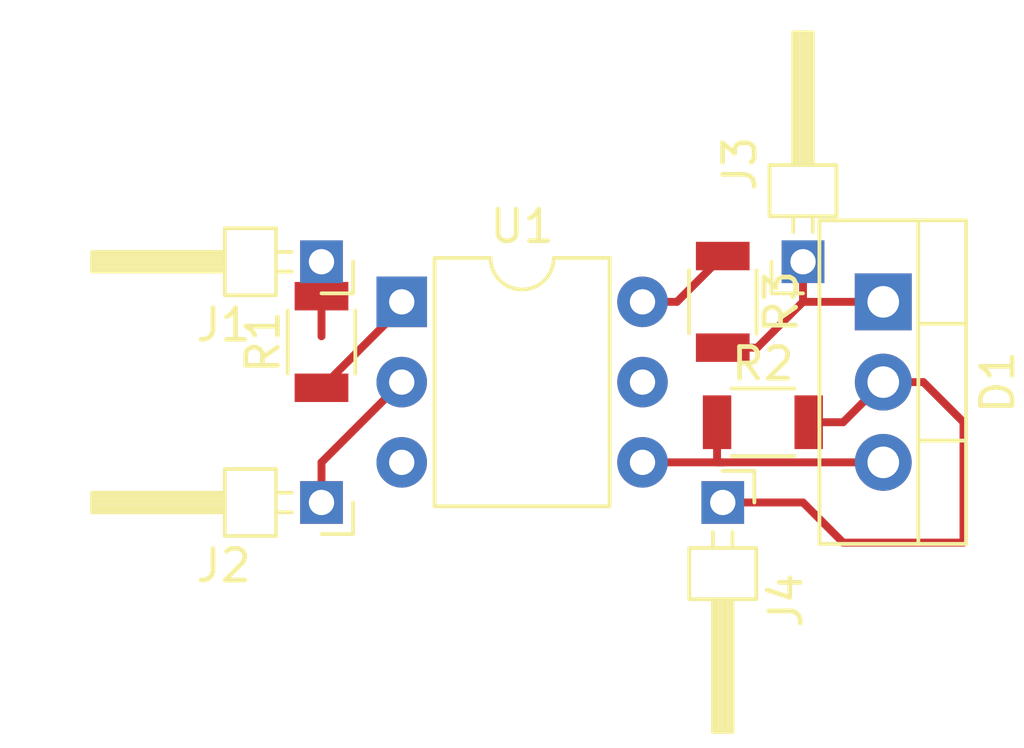
<source format=kicad_pcb>
(kicad_pcb (version 4) (host pcbnew 4.0.7+dfsg1-1~bpo9+1)

  (general
    (links 10)
    (no_connects 1)
    (area 151.614287 115.264999 188.665715 138.735001)
    (thickness 1.6)
    (drawings 11)
    (tracks 23)
    (zones 0)
    (modules 9)
    (nets 10)
  )

  (page A4)
  (layers
    (0 F.Cu signal)
    (31 B.Cu signal)
    (32 B.Adhes user)
    (33 F.Adhes user)
    (34 B.Paste user)
    (35 F.Paste user)
    (36 B.SilkS user)
    (37 F.SilkS user)
    (38 B.Mask user)
    (39 F.Mask user)
    (40 Dwgs.User user)
    (41 Cmts.User user)
    (42 Eco1.User user)
    (43 Eco2.User user)
    (44 Edge.Cuts user)
    (45 Margin user)
    (46 B.CrtYd user)
    (47 F.CrtYd user)
    (48 B.Fab user)
    (49 F.Fab user)
  )

  (setup
    (last_trace_width 0.25)
    (trace_clearance 0.2)
    (zone_clearance 0.508)
    (zone_45_only no)
    (trace_min 0.2)
    (segment_width 0.2)
    (edge_width 0.15)
    (via_size 0.6)
    (via_drill 0.4)
    (via_min_size 0.4)
    (via_min_drill 0.3)
    (uvia_size 0.3)
    (uvia_drill 0.1)
    (uvias_allowed no)
    (uvia_min_size 0.2)
    (uvia_min_drill 0.1)
    (pcb_text_width 0.3)
    (pcb_text_size 1.5 1.5)
    (mod_edge_width 0.15)
    (mod_text_size 1 1)
    (mod_text_width 0.15)
    (pad_size 1.524 1.524)
    (pad_drill 0.762)
    (pad_to_mask_clearance 0.2)
    (aux_axis_origin 0 0)
    (visible_elements FFFFFF7F)
    (pcbplotparams
      (layerselection 0x00030_80000001)
      (usegerberextensions false)
      (excludeedgelayer true)
      (linewidth 0.100000)
      (plotframeref false)
      (viasonmask false)
      (mode 1)
      (useauxorigin false)
      (hpglpennumber 1)
      (hpglpenspeed 20)
      (hpglpendiameter 15)
      (hpglpenoverlay 2)
      (psnegative false)
      (psa4output false)
      (plotreference true)
      (plotvalue true)
      (plotinvisibletext false)
      (padsonsilk false)
      (subtractmaskfromsilk false)
      (outputformat 1)
      (mirror false)
      (drillshape 1)
      (scaleselection 1)
      (outputdirectory ""))
  )

  (net 0 "")
  (net 1 LINE)
  (net 2 "Net-(D1-Pad3)")
  (net 3 "Net-(R1-Pad1)")
  (net 4 "Net-(R3-Pad1)")
  (net 5 "Net-(U1-Pad5)")
  (net 6 "Net-(U1-Pad3)")
  (net 7 "Net-(J1-Pad1)")
  (net 8 "Net-(J2-Pad1)")
  (net 9 "Net-(D1-Pad1)")

  (net_class Default "This is the default net class."
    (clearance 0.2)
    (trace_width 0.25)
    (via_dia 0.6)
    (via_drill 0.4)
    (uvia_dia 0.3)
    (uvia_drill 0.1)
    (add_net LINE)
    (add_net "Net-(D1-Pad1)")
    (add_net "Net-(D1-Pad3)")
    (add_net "Net-(J1-Pad1)")
    (add_net "Net-(J2-Pad1)")
    (add_net "Net-(R1-Pad1)")
    (add_net "Net-(R3-Pad1)")
    (add_net "Net-(U1-Pad3)")
    (add_net "Net-(U1-Pad5)")
  )

  (module Housings_DIP:DIP-6_W7.62mm (layer F.Cu) (tedit 58CC8E33) (tstamp 5A99AD37)
    (at 163.83 124.46)
    (descr "6-lead dip package, row spacing 7.62 mm (300 mils)")
    (tags "DIL DIP PDIP 2.54mm 7.62mm 300mil")
    (path /5A984D38)
    (fp_text reference U1 (at 3.81 -2.39) (layer F.SilkS)
      (effects (font (size 1 1) (thickness 0.15)))
    )
    (fp_text value MOC3063M (at 3.81 7.47) (layer F.Fab)
      (effects (font (size 1 1) (thickness 0.15)))
    )
    (fp_text user %R (at 3.81 2.54) (layer F.Fab)
      (effects (font (size 1 1) (thickness 0.15)))
    )
    (fp_line (start 1.635 -1.27) (end 6.985 -1.27) (layer F.Fab) (width 0.1))
    (fp_line (start 6.985 -1.27) (end 6.985 6.35) (layer F.Fab) (width 0.1))
    (fp_line (start 6.985 6.35) (end 0.635 6.35) (layer F.Fab) (width 0.1))
    (fp_line (start 0.635 6.35) (end 0.635 -0.27) (layer F.Fab) (width 0.1))
    (fp_line (start 0.635 -0.27) (end 1.635 -1.27) (layer F.Fab) (width 0.1))
    (fp_line (start 2.81 -1.39) (end 1.04 -1.39) (layer F.SilkS) (width 0.12))
    (fp_line (start 1.04 -1.39) (end 1.04 6.47) (layer F.SilkS) (width 0.12))
    (fp_line (start 1.04 6.47) (end 6.58 6.47) (layer F.SilkS) (width 0.12))
    (fp_line (start 6.58 6.47) (end 6.58 -1.39) (layer F.SilkS) (width 0.12))
    (fp_line (start 6.58 -1.39) (end 4.81 -1.39) (layer F.SilkS) (width 0.12))
    (fp_line (start -1.1 -1.6) (end -1.1 6.6) (layer F.CrtYd) (width 0.05))
    (fp_line (start -1.1 6.6) (end 8.7 6.6) (layer F.CrtYd) (width 0.05))
    (fp_line (start 8.7 6.6) (end 8.7 -1.6) (layer F.CrtYd) (width 0.05))
    (fp_line (start 8.7 -1.6) (end -1.1 -1.6) (layer F.CrtYd) (width 0.05))
    (fp_arc (start 3.81 -1.39) (end 2.81 -1.39) (angle -180) (layer F.SilkS) (width 0.12))
    (pad 1 thru_hole rect (at 0 0) (size 1.6 1.6) (drill 0.8) (layers *.Cu *.Mask)
      (net 3 "Net-(R1-Pad1)"))
    (pad 4 thru_hole oval (at 7.62 5.08) (size 1.6 1.6) (drill 0.8) (layers *.Cu *.Mask)
      (net 2 "Net-(D1-Pad3)"))
    (pad 2 thru_hole oval (at 0 2.54) (size 1.6 1.6) (drill 0.8) (layers *.Cu *.Mask)
      (net 8 "Net-(J2-Pad1)"))
    (pad 5 thru_hole oval (at 7.62 2.54) (size 1.6 1.6) (drill 0.8) (layers *.Cu *.Mask)
      (net 5 "Net-(U1-Pad5)"))
    (pad 3 thru_hole oval (at 0 5.08) (size 1.6 1.6) (drill 0.8) (layers *.Cu *.Mask)
      (net 6 "Net-(U1-Pad3)"))
    (pad 6 thru_hole oval (at 7.62 0) (size 1.6 1.6) (drill 0.8) (layers *.Cu *.Mask)
      (net 4 "Net-(R3-Pad1)"))
    (model ${KISYS3DMOD}/Housings_DIP.3dshapes/DIP-6_W7.62mm.wrl
      (at (xyz 0 0 0))
      (scale (xyz 1 1 1))
      (rotate (xyz 0 0 0))
    )
  )

  (module Resistors_SMD:R_1206 (layer F.Cu) (tedit 5A99AD6C) (tstamp 5A9852A3)
    (at 161.29 125.73 90)
    (descr "Resistor SMD 1206, reflow soldering, Vishay (see dcrcw.pdf)")
    (tags "resistor 1206")
    (path /5A984F57)
    (attr smd)
    (fp_text reference R1 (at 0 -1.85 90) (layer F.SilkS)
      (effects (font (size 1 1) (thickness 0.15)))
    )
    (fp_text value R (at 0 1.95 90) (layer F.Fab)
      (effects (font (size 1 1) (thickness 0.15)))
    )
    (fp_text user %R (at 0 0 90) (layer F.Fab)
      (effects (font (size 0.7 0.7) (thickness 0.105)))
    )
    (fp_line (start -1.6 0.8) (end -1.6 -0.8) (layer F.Fab) (width 0.1))
    (fp_line (start 1.6 0.8) (end -1.6 0.8) (layer F.Fab) (width 0.1))
    (fp_line (start 1.6 -0.8) (end 1.6 0.8) (layer F.Fab) (width 0.1))
    (fp_line (start -1.6 -0.8) (end 1.6 -0.8) (layer F.Fab) (width 0.1))
    (fp_line (start 1 1.07) (end -1 1.07) (layer F.SilkS) (width 0.12))
    (fp_line (start -1 -1.07) (end 1 -1.07) (layer F.SilkS) (width 0.12))
    (fp_line (start -2.15 -1.11) (end 2.15 -1.11) (layer F.CrtYd) (width 0.05))
    (fp_line (start -2.15 -1.11) (end -2.15 1.1) (layer F.CrtYd) (width 0.05))
    (fp_line (start 2.15 1.1) (end 2.15 -1.11) (layer F.CrtYd) (width 0.05))
    (fp_line (start 2.15 1.1) (end -2.15 1.1) (layer F.CrtYd) (width 0.05))
    (pad 1 smd rect (at -1.45 0 90) (size 0.9 1.7) (layers F.Cu F.Paste F.Mask)
      (net 3 "Net-(R1-Pad1)"))
    (pad 2 smd rect (at 1.45 0 90) (size 0.9 1.7) (layers F.Cu F.Paste F.Mask)
      (net 7 "Net-(J1-Pad1)"))
    (model ${KISYS3DMOD}/Resistors_SMD.3dshapes/R_1206.wrl
      (at (xyz 0 0 0))
      (scale (xyz 1 1 1))
      (rotate (xyz 0 0 0))
    )
  )

  (module Resistors_SMD:R_1206 (layer F.Cu) (tedit 58E0A804) (tstamp 5A9852A9)
    (at 175.26 128.27)
    (descr "Resistor SMD 1206, reflow soldering, Vishay (see dcrcw.pdf)")
    (tags "resistor 1206")
    (path /5A984E43)
    (attr smd)
    (fp_text reference R2 (at 0 -1.85) (layer F.SilkS)
      (effects (font (size 1 1) (thickness 0.15)))
    )
    (fp_text value 4k7 (at 0 1.95) (layer F.Fab)
      (effects (font (size 1 1) (thickness 0.15)))
    )
    (fp_text user %R (at 0 0) (layer F.Fab)
      (effects (font (size 0.7 0.7) (thickness 0.105)))
    )
    (fp_line (start -1.6 0.8) (end -1.6 -0.8) (layer F.Fab) (width 0.1))
    (fp_line (start 1.6 0.8) (end -1.6 0.8) (layer F.Fab) (width 0.1))
    (fp_line (start 1.6 -0.8) (end 1.6 0.8) (layer F.Fab) (width 0.1))
    (fp_line (start -1.6 -0.8) (end 1.6 -0.8) (layer F.Fab) (width 0.1))
    (fp_line (start 1 1.07) (end -1 1.07) (layer F.SilkS) (width 0.12))
    (fp_line (start -1 -1.07) (end 1 -1.07) (layer F.SilkS) (width 0.12))
    (fp_line (start -2.15 -1.11) (end 2.15 -1.11) (layer F.CrtYd) (width 0.05))
    (fp_line (start -2.15 -1.11) (end -2.15 1.1) (layer F.CrtYd) (width 0.05))
    (fp_line (start 2.15 1.1) (end 2.15 -1.11) (layer F.CrtYd) (width 0.05))
    (fp_line (start 2.15 1.1) (end -2.15 1.1) (layer F.CrtYd) (width 0.05))
    (pad 1 smd rect (at -1.45 0) (size 0.9 1.7) (layers F.Cu F.Paste F.Mask)
      (net 2 "Net-(D1-Pad3)"))
    (pad 2 smd rect (at 1.45 0) (size 0.9 1.7) (layers F.Cu F.Paste F.Mask)
      (net 1 LINE))
    (model ${KISYS3DMOD}/Resistors_SMD.3dshapes/R_1206.wrl
      (at (xyz 0 0 0))
      (scale (xyz 1 1 1))
      (rotate (xyz 0 0 0))
    )
  )

  (module Resistors_SMD:R_1206 (layer F.Cu) (tedit 58E0A804) (tstamp 5A9852AF)
    (at 173.99 124.46 270)
    (descr "Resistor SMD 1206, reflow soldering, Vishay (see dcrcw.pdf)")
    (tags "resistor 1206")
    (path /5A984EE6)
    (attr smd)
    (fp_text reference R3 (at 0 -1.85 270) (layer F.SilkS)
      (effects (font (size 1 1) (thickness 0.15)))
    )
    (fp_text value 470R (at 0 1.95 270) (layer F.Fab)
      (effects (font (size 1 1) (thickness 0.15)))
    )
    (fp_text user %R (at 0 0 270) (layer F.Fab)
      (effects (font (size 0.7 0.7) (thickness 0.105)))
    )
    (fp_line (start -1.6 0.8) (end -1.6 -0.8) (layer F.Fab) (width 0.1))
    (fp_line (start 1.6 0.8) (end -1.6 0.8) (layer F.Fab) (width 0.1))
    (fp_line (start 1.6 -0.8) (end 1.6 0.8) (layer F.Fab) (width 0.1))
    (fp_line (start -1.6 -0.8) (end 1.6 -0.8) (layer F.Fab) (width 0.1))
    (fp_line (start 1 1.07) (end -1 1.07) (layer F.SilkS) (width 0.12))
    (fp_line (start -1 -1.07) (end 1 -1.07) (layer F.SilkS) (width 0.12))
    (fp_line (start -2.15 -1.11) (end 2.15 -1.11) (layer F.CrtYd) (width 0.05))
    (fp_line (start -2.15 -1.11) (end -2.15 1.1) (layer F.CrtYd) (width 0.05))
    (fp_line (start 2.15 1.1) (end 2.15 -1.11) (layer F.CrtYd) (width 0.05))
    (fp_line (start 2.15 1.1) (end -2.15 1.1) (layer F.CrtYd) (width 0.05))
    (pad 1 smd rect (at -1.45 0 270) (size 0.9 1.7) (layers F.Cu F.Paste F.Mask)
      (net 4 "Net-(R3-Pad1)"))
    (pad 2 smd rect (at 1.45 0 270) (size 0.9 1.7) (layers F.Cu F.Paste F.Mask)
      (net 9 "Net-(D1-Pad1)"))
    (model ${KISYS3DMOD}/Resistors_SMD.3dshapes/R_1206.wrl
      (at (xyz 0 0 0))
      (scale (xyz 1 1 1))
      (rotate (xyz 0 0 0))
    )
  )

  (module Pin_Headers:Pin_Header_Angled_1x01_Pitch2.00mm (layer F.Cu) (tedit 59650533) (tstamp 5A986631)
    (at 161.29 123.19 180)
    (descr "Through hole angled pin header, 1x01, 2.00mm pitch, 4.2mm pin length, single row")
    (tags "Through hole angled pin header THT 1x01 2.00mm single row")
    (path /5A986677)
    (fp_text reference J1 (at 3.1 -2 180) (layer F.SilkS)
      (effects (font (size 1 1) (thickness 0.15)))
    )
    (fp_text value Conn_01x01 (at 3.1 2 180) (layer F.Fab)
      (effects (font (size 1 1) (thickness 0.15)))
    )
    (fp_line (start 1.875 -1) (end 3 -1) (layer F.Fab) (width 0.1))
    (fp_line (start 3 -1) (end 3 1) (layer F.Fab) (width 0.1))
    (fp_line (start 3 1) (end 1.5 1) (layer F.Fab) (width 0.1))
    (fp_line (start 1.5 1) (end 1.5 -0.625) (layer F.Fab) (width 0.1))
    (fp_line (start 1.5 -0.625) (end 1.875 -1) (layer F.Fab) (width 0.1))
    (fp_line (start -0.25 -0.25) (end 1.5 -0.25) (layer F.Fab) (width 0.1))
    (fp_line (start -0.25 -0.25) (end -0.25 0.25) (layer F.Fab) (width 0.1))
    (fp_line (start -0.25 0.25) (end 1.5 0.25) (layer F.Fab) (width 0.1))
    (fp_line (start 3 -0.25) (end 7.2 -0.25) (layer F.Fab) (width 0.1))
    (fp_line (start 7.2 -0.25) (end 7.2 0.25) (layer F.Fab) (width 0.1))
    (fp_line (start 3 0.25) (end 7.2 0.25) (layer F.Fab) (width 0.1))
    (fp_line (start 1.44 -1.06) (end 1.44 1.06) (layer F.SilkS) (width 0.12))
    (fp_line (start 1.44 1.06) (end 3.06 1.06) (layer F.SilkS) (width 0.12))
    (fp_line (start 3.06 1.06) (end 3.06 -1.06) (layer F.SilkS) (width 0.12))
    (fp_line (start 3.06 -1.06) (end 1.44 -1.06) (layer F.SilkS) (width 0.12))
    (fp_line (start 3.06 -0.31) (end 7.26 -0.31) (layer F.SilkS) (width 0.12))
    (fp_line (start 7.26 -0.31) (end 7.26 0.31) (layer F.SilkS) (width 0.12))
    (fp_line (start 7.26 0.31) (end 3.06 0.31) (layer F.SilkS) (width 0.12))
    (fp_line (start 3.06 -0.25) (end 7.26 -0.25) (layer F.SilkS) (width 0.12))
    (fp_line (start 3.06 -0.13) (end 7.26 -0.13) (layer F.SilkS) (width 0.12))
    (fp_line (start 3.06 -0.01) (end 7.26 -0.01) (layer F.SilkS) (width 0.12))
    (fp_line (start 3.06 0.11) (end 7.26 0.11) (layer F.SilkS) (width 0.12))
    (fp_line (start 3.06 0.23) (end 7.26 0.23) (layer F.SilkS) (width 0.12))
    (fp_line (start 0.935 -0.31) (end 1.44 -0.31) (layer F.SilkS) (width 0.12))
    (fp_line (start 0.935 0.31) (end 1.44 0.31) (layer F.SilkS) (width 0.12))
    (fp_line (start -1 0) (end -1 -1) (layer F.SilkS) (width 0.12))
    (fp_line (start -1 -1) (end 0 -1) (layer F.SilkS) (width 0.12))
    (fp_line (start -1.5 -1.5) (end -1.5 1.5) (layer F.CrtYd) (width 0.05))
    (fp_line (start -1.5 1.5) (end 7.7 1.5) (layer F.CrtYd) (width 0.05))
    (fp_line (start 7.7 1.5) (end 7.7 -1.5) (layer F.CrtYd) (width 0.05))
    (fp_line (start 7.7 -1.5) (end -1.5 -1.5) (layer F.CrtYd) (width 0.05))
    (fp_text user %R (at 2.25 0 270) (layer F.Fab)
      (effects (font (size 0.9 0.9) (thickness 0.135)))
    )
    (pad 1 thru_hole rect (at 0 0 180) (size 1.35 1.35) (drill 0.8) (layers *.Cu *.Mask)
      (net 7 "Net-(J1-Pad1)"))
    (model ${KISYS3DMOD}/Pin_Headers.3dshapes/Pin_Header_Angled_1x01_Pitch2.00mm.wrl
      (at (xyz 0 0 0))
      (scale (xyz 1 1 1))
      (rotate (xyz 0 0 0))
    )
  )

  (module Pin_Headers:Pin_Header_Angled_1x01_Pitch2.00mm (layer F.Cu) (tedit 59650533) (tstamp 5A986636)
    (at 161.29 130.81 180)
    (descr "Through hole angled pin header, 1x01, 2.00mm pitch, 4.2mm pin length, single row")
    (tags "Through hole angled pin header THT 1x01 2.00mm single row")
    (path /5A986724)
    (fp_text reference J2 (at 3.1 -2 180) (layer F.SilkS)
      (effects (font (size 1 1) (thickness 0.15)))
    )
    (fp_text value Conn_01x01 (at 3.1 2 180) (layer F.Fab)
      (effects (font (size 1 1) (thickness 0.15)))
    )
    (fp_line (start 1.875 -1) (end 3 -1) (layer F.Fab) (width 0.1))
    (fp_line (start 3 -1) (end 3 1) (layer F.Fab) (width 0.1))
    (fp_line (start 3 1) (end 1.5 1) (layer F.Fab) (width 0.1))
    (fp_line (start 1.5 1) (end 1.5 -0.625) (layer F.Fab) (width 0.1))
    (fp_line (start 1.5 -0.625) (end 1.875 -1) (layer F.Fab) (width 0.1))
    (fp_line (start -0.25 -0.25) (end 1.5 -0.25) (layer F.Fab) (width 0.1))
    (fp_line (start -0.25 -0.25) (end -0.25 0.25) (layer F.Fab) (width 0.1))
    (fp_line (start -0.25 0.25) (end 1.5 0.25) (layer F.Fab) (width 0.1))
    (fp_line (start 3 -0.25) (end 7.2 -0.25) (layer F.Fab) (width 0.1))
    (fp_line (start 7.2 -0.25) (end 7.2 0.25) (layer F.Fab) (width 0.1))
    (fp_line (start 3 0.25) (end 7.2 0.25) (layer F.Fab) (width 0.1))
    (fp_line (start 1.44 -1.06) (end 1.44 1.06) (layer F.SilkS) (width 0.12))
    (fp_line (start 1.44 1.06) (end 3.06 1.06) (layer F.SilkS) (width 0.12))
    (fp_line (start 3.06 1.06) (end 3.06 -1.06) (layer F.SilkS) (width 0.12))
    (fp_line (start 3.06 -1.06) (end 1.44 -1.06) (layer F.SilkS) (width 0.12))
    (fp_line (start 3.06 -0.31) (end 7.26 -0.31) (layer F.SilkS) (width 0.12))
    (fp_line (start 7.26 -0.31) (end 7.26 0.31) (layer F.SilkS) (width 0.12))
    (fp_line (start 7.26 0.31) (end 3.06 0.31) (layer F.SilkS) (width 0.12))
    (fp_line (start 3.06 -0.25) (end 7.26 -0.25) (layer F.SilkS) (width 0.12))
    (fp_line (start 3.06 -0.13) (end 7.26 -0.13) (layer F.SilkS) (width 0.12))
    (fp_line (start 3.06 -0.01) (end 7.26 -0.01) (layer F.SilkS) (width 0.12))
    (fp_line (start 3.06 0.11) (end 7.26 0.11) (layer F.SilkS) (width 0.12))
    (fp_line (start 3.06 0.23) (end 7.26 0.23) (layer F.SilkS) (width 0.12))
    (fp_line (start 0.935 -0.31) (end 1.44 -0.31) (layer F.SilkS) (width 0.12))
    (fp_line (start 0.935 0.31) (end 1.44 0.31) (layer F.SilkS) (width 0.12))
    (fp_line (start -1 0) (end -1 -1) (layer F.SilkS) (width 0.12))
    (fp_line (start -1 -1) (end 0 -1) (layer F.SilkS) (width 0.12))
    (fp_line (start -1.5 -1.5) (end -1.5 1.5) (layer F.CrtYd) (width 0.05))
    (fp_line (start -1.5 1.5) (end 7.7 1.5) (layer F.CrtYd) (width 0.05))
    (fp_line (start 7.7 1.5) (end 7.7 -1.5) (layer F.CrtYd) (width 0.05))
    (fp_line (start 7.7 -1.5) (end -1.5 -1.5) (layer F.CrtYd) (width 0.05))
    (fp_text user %R (at 2.25 0 270) (layer F.Fab)
      (effects (font (size 0.9 0.9) (thickness 0.135)))
    )
    (pad 1 thru_hole rect (at 0 0 180) (size 1.35 1.35) (drill 0.8) (layers *.Cu *.Mask)
      (net 8 "Net-(J2-Pad1)"))
    (model ${KISYS3DMOD}/Pin_Headers.3dshapes/Pin_Header_Angled_1x01_Pitch2.00mm.wrl
      (at (xyz 0 0 0))
      (scale (xyz 1 1 1))
      (rotate (xyz 0 0 0))
    )
  )

  (module Pin_Headers:Pin_Header_Angled_1x01_Pitch2.00mm (layer F.Cu) (tedit 59650533) (tstamp 5A98663B)
    (at 176.53 123.19 90)
    (descr "Through hole angled pin header, 1x01, 2.00mm pitch, 4.2mm pin length, single row")
    (tags "Through hole angled pin header THT 1x01 2.00mm single row")
    (path /5A9867CE)
    (fp_text reference J3 (at 3.1 -2 90) (layer F.SilkS)
      (effects (font (size 1 1) (thickness 0.15)))
    )
    (fp_text value Conn_01x01 (at 3.1 2 90) (layer F.Fab)
      (effects (font (size 1 1) (thickness 0.15)))
    )
    (fp_line (start 1.875 -1) (end 3 -1) (layer F.Fab) (width 0.1))
    (fp_line (start 3 -1) (end 3 1) (layer F.Fab) (width 0.1))
    (fp_line (start 3 1) (end 1.5 1) (layer F.Fab) (width 0.1))
    (fp_line (start 1.5 1) (end 1.5 -0.625) (layer F.Fab) (width 0.1))
    (fp_line (start 1.5 -0.625) (end 1.875 -1) (layer F.Fab) (width 0.1))
    (fp_line (start -0.25 -0.25) (end 1.5 -0.25) (layer F.Fab) (width 0.1))
    (fp_line (start -0.25 -0.25) (end -0.25 0.25) (layer F.Fab) (width 0.1))
    (fp_line (start -0.25 0.25) (end 1.5 0.25) (layer F.Fab) (width 0.1))
    (fp_line (start 3 -0.25) (end 7.2 -0.25) (layer F.Fab) (width 0.1))
    (fp_line (start 7.2 -0.25) (end 7.2 0.25) (layer F.Fab) (width 0.1))
    (fp_line (start 3 0.25) (end 7.2 0.25) (layer F.Fab) (width 0.1))
    (fp_line (start 1.44 -1.06) (end 1.44 1.06) (layer F.SilkS) (width 0.12))
    (fp_line (start 1.44 1.06) (end 3.06 1.06) (layer F.SilkS) (width 0.12))
    (fp_line (start 3.06 1.06) (end 3.06 -1.06) (layer F.SilkS) (width 0.12))
    (fp_line (start 3.06 -1.06) (end 1.44 -1.06) (layer F.SilkS) (width 0.12))
    (fp_line (start 3.06 -0.31) (end 7.26 -0.31) (layer F.SilkS) (width 0.12))
    (fp_line (start 7.26 -0.31) (end 7.26 0.31) (layer F.SilkS) (width 0.12))
    (fp_line (start 7.26 0.31) (end 3.06 0.31) (layer F.SilkS) (width 0.12))
    (fp_line (start 3.06 -0.25) (end 7.26 -0.25) (layer F.SilkS) (width 0.12))
    (fp_line (start 3.06 -0.13) (end 7.26 -0.13) (layer F.SilkS) (width 0.12))
    (fp_line (start 3.06 -0.01) (end 7.26 -0.01) (layer F.SilkS) (width 0.12))
    (fp_line (start 3.06 0.11) (end 7.26 0.11) (layer F.SilkS) (width 0.12))
    (fp_line (start 3.06 0.23) (end 7.26 0.23) (layer F.SilkS) (width 0.12))
    (fp_line (start 0.935 -0.31) (end 1.44 -0.31) (layer F.SilkS) (width 0.12))
    (fp_line (start 0.935 0.31) (end 1.44 0.31) (layer F.SilkS) (width 0.12))
    (fp_line (start -1 0) (end -1 -1) (layer F.SilkS) (width 0.12))
    (fp_line (start -1 -1) (end 0 -1) (layer F.SilkS) (width 0.12))
    (fp_line (start -1.5 -1.5) (end -1.5 1.5) (layer F.CrtYd) (width 0.05))
    (fp_line (start -1.5 1.5) (end 7.7 1.5) (layer F.CrtYd) (width 0.05))
    (fp_line (start 7.7 1.5) (end 7.7 -1.5) (layer F.CrtYd) (width 0.05))
    (fp_line (start 7.7 -1.5) (end -1.5 -1.5) (layer F.CrtYd) (width 0.05))
    (fp_text user %R (at 2.25 0 180) (layer F.Fab)
      (effects (font (size 0.9 0.9) (thickness 0.135)))
    )
    (pad 1 thru_hole rect (at 0 0 90) (size 1.35 1.35) (drill 0.8) (layers *.Cu *.Mask)
      (net 9 "Net-(D1-Pad1)"))
    (model ${KISYS3DMOD}/Pin_Headers.3dshapes/Pin_Header_Angled_1x01_Pitch2.00mm.wrl
      (at (xyz 0 0 0))
      (scale (xyz 1 1 1))
      (rotate (xyz 0 0 0))
    )
  )

  (module Pin_Headers:Pin_Header_Angled_1x01_Pitch2.00mm (layer F.Cu) (tedit 59650533) (tstamp 5A986640)
    (at 173.99 130.81 270)
    (descr "Through hole angled pin header, 1x01, 2.00mm pitch, 4.2mm pin length, single row")
    (tags "Through hole angled pin header THT 1x01 2.00mm single row")
    (path /5A9868D3)
    (fp_text reference J4 (at 3.1 -2 270) (layer F.SilkS)
      (effects (font (size 1 1) (thickness 0.15)))
    )
    (fp_text value Conn_01x01 (at 3.1 2 270) (layer F.Fab)
      (effects (font (size 1 1) (thickness 0.15)))
    )
    (fp_line (start 1.875 -1) (end 3 -1) (layer F.Fab) (width 0.1))
    (fp_line (start 3 -1) (end 3 1) (layer F.Fab) (width 0.1))
    (fp_line (start 3 1) (end 1.5 1) (layer F.Fab) (width 0.1))
    (fp_line (start 1.5 1) (end 1.5 -0.625) (layer F.Fab) (width 0.1))
    (fp_line (start 1.5 -0.625) (end 1.875 -1) (layer F.Fab) (width 0.1))
    (fp_line (start -0.25 -0.25) (end 1.5 -0.25) (layer F.Fab) (width 0.1))
    (fp_line (start -0.25 -0.25) (end -0.25 0.25) (layer F.Fab) (width 0.1))
    (fp_line (start -0.25 0.25) (end 1.5 0.25) (layer F.Fab) (width 0.1))
    (fp_line (start 3 -0.25) (end 7.2 -0.25) (layer F.Fab) (width 0.1))
    (fp_line (start 7.2 -0.25) (end 7.2 0.25) (layer F.Fab) (width 0.1))
    (fp_line (start 3 0.25) (end 7.2 0.25) (layer F.Fab) (width 0.1))
    (fp_line (start 1.44 -1.06) (end 1.44 1.06) (layer F.SilkS) (width 0.12))
    (fp_line (start 1.44 1.06) (end 3.06 1.06) (layer F.SilkS) (width 0.12))
    (fp_line (start 3.06 1.06) (end 3.06 -1.06) (layer F.SilkS) (width 0.12))
    (fp_line (start 3.06 -1.06) (end 1.44 -1.06) (layer F.SilkS) (width 0.12))
    (fp_line (start 3.06 -0.31) (end 7.26 -0.31) (layer F.SilkS) (width 0.12))
    (fp_line (start 7.26 -0.31) (end 7.26 0.31) (layer F.SilkS) (width 0.12))
    (fp_line (start 7.26 0.31) (end 3.06 0.31) (layer F.SilkS) (width 0.12))
    (fp_line (start 3.06 -0.25) (end 7.26 -0.25) (layer F.SilkS) (width 0.12))
    (fp_line (start 3.06 -0.13) (end 7.26 -0.13) (layer F.SilkS) (width 0.12))
    (fp_line (start 3.06 -0.01) (end 7.26 -0.01) (layer F.SilkS) (width 0.12))
    (fp_line (start 3.06 0.11) (end 7.26 0.11) (layer F.SilkS) (width 0.12))
    (fp_line (start 3.06 0.23) (end 7.26 0.23) (layer F.SilkS) (width 0.12))
    (fp_line (start 0.935 -0.31) (end 1.44 -0.31) (layer F.SilkS) (width 0.12))
    (fp_line (start 0.935 0.31) (end 1.44 0.31) (layer F.SilkS) (width 0.12))
    (fp_line (start -1 0) (end -1 -1) (layer F.SilkS) (width 0.12))
    (fp_line (start -1 -1) (end 0 -1) (layer F.SilkS) (width 0.12))
    (fp_line (start -1.5 -1.5) (end -1.5 1.5) (layer F.CrtYd) (width 0.05))
    (fp_line (start -1.5 1.5) (end 7.7 1.5) (layer F.CrtYd) (width 0.05))
    (fp_line (start 7.7 1.5) (end 7.7 -1.5) (layer F.CrtYd) (width 0.05))
    (fp_line (start 7.7 -1.5) (end -1.5 -1.5) (layer F.CrtYd) (width 0.05))
    (fp_text user %R (at 2.25 0 360) (layer F.Fab)
      (effects (font (size 0.9 0.9) (thickness 0.135)))
    )
    (pad 1 thru_hole rect (at 0 0 270) (size 1.35 1.35) (drill 0.8) (layers *.Cu *.Mask)
      (net 1 LINE))
    (model ${KISYS3DMOD}/Pin_Headers.3dshapes/Pin_Header_Angled_1x01_Pitch2.00mm.wrl
      (at (xyz 0 0 0))
      (scale (xyz 1 1 1))
      (rotate (xyz 0 0 0))
    )
  )

  (module TO_SOT_Packages_THT:TO-220_Vertical (layer F.Cu) (tedit 58CE52AD) (tstamp 5A99B649)
    (at 179.07 124.46 270)
    (descr "TO-220, Vertical, RM 2.54mm")
    (tags "TO-220 Vertical RM 2.54mm")
    (path /5A984CC9)
    (fp_text reference D1 (at 2.54 -3.62 270) (layer F.SilkS)
      (effects (font (size 1 1) (thickness 0.15)))
    )
    (fp_text value Q_TRIAC_AAG (at 2.54 3.92 270) (layer F.Fab)
      (effects (font (size 1 1) (thickness 0.15)))
    )
    (fp_text user %R (at 2.54 -3.62 270) (layer F.Fab)
      (effects (font (size 1 1) (thickness 0.15)))
    )
    (fp_line (start -2.46 -2.5) (end -2.46 1.9) (layer F.Fab) (width 0.1))
    (fp_line (start -2.46 1.9) (end 7.54 1.9) (layer F.Fab) (width 0.1))
    (fp_line (start 7.54 1.9) (end 7.54 -2.5) (layer F.Fab) (width 0.1))
    (fp_line (start 7.54 -2.5) (end -2.46 -2.5) (layer F.Fab) (width 0.1))
    (fp_line (start -2.46 -1.23) (end 7.54 -1.23) (layer F.Fab) (width 0.1))
    (fp_line (start 0.69 -2.5) (end 0.69 -1.23) (layer F.Fab) (width 0.1))
    (fp_line (start 4.39 -2.5) (end 4.39 -1.23) (layer F.Fab) (width 0.1))
    (fp_line (start -2.58 -2.62) (end 7.66 -2.62) (layer F.SilkS) (width 0.12))
    (fp_line (start -2.58 2.021) (end 7.66 2.021) (layer F.SilkS) (width 0.12))
    (fp_line (start -2.58 -2.62) (end -2.58 2.021) (layer F.SilkS) (width 0.12))
    (fp_line (start 7.66 -2.62) (end 7.66 2.021) (layer F.SilkS) (width 0.12))
    (fp_line (start -2.58 -1.11) (end 7.66 -1.11) (layer F.SilkS) (width 0.12))
    (fp_line (start 0.69 -2.62) (end 0.69 -1.11) (layer F.SilkS) (width 0.12))
    (fp_line (start 4.391 -2.62) (end 4.391 -1.11) (layer F.SilkS) (width 0.12))
    (fp_line (start -2.71 -2.75) (end -2.71 2.16) (layer F.CrtYd) (width 0.05))
    (fp_line (start -2.71 2.16) (end 7.79 2.16) (layer F.CrtYd) (width 0.05))
    (fp_line (start 7.79 2.16) (end 7.79 -2.75) (layer F.CrtYd) (width 0.05))
    (fp_line (start 7.79 -2.75) (end -2.71 -2.75) (layer F.CrtYd) (width 0.05))
    (pad 1 thru_hole rect (at 0 0 270) (size 1.8 1.8) (drill 1) (layers *.Cu *.Mask)
      (net 9 "Net-(D1-Pad1)"))
    (pad 2 thru_hole oval (at 2.54 0 270) (size 1.8 1.8) (drill 1) (layers *.Cu *.Mask)
      (net 1 LINE))
    (pad 3 thru_hole oval (at 5.08 0 270) (size 1.8 1.8) (drill 1) (layers *.Cu *.Mask)
      (net 2 "Net-(D1-Pad3)"))
    (model ${KISYS3DMOD}/TO_SOT_Packages_THT.3dshapes/TO-220_Vertical.wrl
      (at (xyz 0.1 0 0))
      (scale (xyz 0.393701 0.393701 0.393701))
      (rotate (xyz 0 0 0))
    )
  )

  (gr_line (start 161.29 123.19) (end 161.29 130.81) (angle 90) (layer Dwgs.User) (width 0.2))
  (gr_line (start 176.53 123.19) (end 161.29 123.19) (angle 90) (layer Dwgs.User) (width 0.2))
  (gr_line (start 176.53 130.81) (end 176.53 123.19) (angle 90) (layer Dwgs.User) (width 0.2))
  (gr_line (start 161.29 130.81) (end 176.53 130.81) (angle 90) (layer Dwgs.User) (width 0.2))
  (gr_circle (center 176.53 130.81) (end 175.26 130.81) (layer Dwgs.User) (width 0.2))
  (dimension 2.54 (width 0.3) (layer Dwgs.User)
    (gr_text "2.540 mm" (at 182.88 116.84) (layer Dwgs.User)
      (effects (font (size 1.5 1.5) (thickness 0.3)))
    )
    (feature1 (pts (xy 176.53 123.19) (xy 176.53 115.41)))
    (feature2 (pts (xy 173.99 123.19) (xy 173.99 115.41)))
    (crossbar (pts (xy 173.99 118.11) (xy 176.53 118.11)))
    (arrow1a (pts (xy 176.53 118.11) (xy 175.403496 118.696421)))
    (arrow1b (pts (xy 176.53 118.11) (xy 175.403496 117.523579)))
    (arrow2a (pts (xy 173.99 118.11) (xy 175.116504 118.696421)))
    (arrow2b (pts (xy 173.99 118.11) (xy 175.116504 117.523579)))
  )
  (gr_circle (center 161.29 130.81) (end 161.29 129.54) (layer Dwgs.User) (width 0.2))
  (dimension 7.62 (width 0.3) (layer Dwgs.User)
    (gr_text "7.620 mm" (at 157.4 127 270) (layer Dwgs.User)
      (effects (font (size 1.5 1.5) (thickness 0.3)))
    )
    (feature1 (pts (xy 161.29 130.81) (xy 156.05 130.81)))
    (feature2 (pts (xy 161.29 123.19) (xy 156.05 123.19)))
    (crossbar (pts (xy 158.75 123.19) (xy 158.75 130.81)))
    (arrow1a (pts (xy 158.75 130.81) (xy 158.163579 129.683496)))
    (arrow1b (pts (xy 158.75 130.81) (xy 159.336421 129.683496)))
    (arrow2a (pts (xy 158.75 123.19) (xy 158.163579 124.316504)))
    (arrow2b (pts (xy 158.75 123.19) (xy 159.336421 124.316504)))
  )
  (gr_circle (center 173.99 123.19) (end 172.72 123.19) (layer Dwgs.User) (width 0.2))
  (dimension 12.7 (width 0.3) (layer Dwgs.User)
    (gr_text "12.700 mm" (at 167.64 116.76) (layer Dwgs.User)
      (effects (font (size 1.5 1.5) (thickness 0.3)))
    )
    (feature1 (pts (xy 173.99 123.19) (xy 173.99 115.41)))
    (feature2 (pts (xy 161.29 123.19) (xy 161.29 115.41)))
    (crossbar (pts (xy 161.29 118.11) (xy 173.99 118.11)))
    (arrow1a (pts (xy 173.99 118.11) (xy 172.863496 118.696421)))
    (arrow1b (pts (xy 173.99 118.11) (xy 172.863496 117.523579)))
    (arrow2a (pts (xy 161.29 118.11) (xy 162.416504 118.696421)))
    (arrow2b (pts (xy 161.29 118.11) (xy 162.416504 117.523579)))
  )
  (gr_circle (center 161.29 123.19) (end 160.02 123.19) (layer Dwgs.User) (width 0.2))

  (segment (start 176.71 128.27) (end 177.8 128.27) (width 0.25) (layer F.Cu) (net 1))
  (segment (start 177.8 128.27) (end 179.07 127) (width 0.25) (layer F.Cu) (net 1) (tstamp 5A99AFEE))
  (segment (start 173.99 130.81) (end 176.53 130.81) (width 0.25) (layer F.Cu) (net 1))
  (segment (start 180.34 127) (end 179.07 127) (width 0.25) (layer F.Cu) (net 1) (tstamp 5A99AFE5))
  (segment (start 181.61 128.27) (end 180.34 127) (width 0.25) (layer F.Cu) (net 1) (tstamp 5A99AFE3))
  (segment (start 181.61 132.08) (end 181.61 128.27) (width 0.25) (layer F.Cu) (net 1) (tstamp 5A99AFE2))
  (segment (start 177.8 132.08) (end 181.61 132.08) (width 0.25) (layer F.Cu) (net 1) (tstamp 5A99AFE0))
  (segment (start 176.53 130.81) (end 177.8 132.08) (width 0.25) (layer F.Cu) (net 1) (tstamp 5A99AFD9))
  (segment (start 173.81 128.27) (end 173.81 129.54) (width 0.25) (layer F.Cu) (net 2))
  (segment (start 173.81 129.54) (end 173.99 129.54) (width 0.25) (layer F.Cu) (net 2) (tstamp 5A99AFF3))
  (segment (start 179.07 129.54) (end 173.99 129.54) (width 0.25) (layer F.Cu) (net 2))
  (segment (start 173.99 129.54) (end 171.45 129.54) (width 0.25) (layer F.Cu) (net 2) (tstamp 5A99AFF9))
  (segment (start 163.83 124.46) (end 163.83 124.64) (width 0.25) (layer F.Cu) (net 3))
  (segment (start 163.83 124.64) (end 161.29 127.18) (width 0.25) (layer F.Cu) (net 3) (tstamp 5A99AF4F))
  (segment (start 171.45 124.46) (end 172.54 124.46) (width 0.25) (layer F.Cu) (net 4))
  (segment (start 172.54 124.46) (end 173.99 123.01) (width 0.25) (layer F.Cu) (net 4) (tstamp 5A99AF88))
  (segment (start 161.29 125.55) (end 161.29 123.19) (width 0.25) (layer F.Cu) (net 7))
  (segment (start 161.29 130.81) (end 161.29 129.54) (width 0.25) (layer F.Cu) (net 8))
  (segment (start 161.29 129.54) (end 163.83 127) (width 0.25) (layer F.Cu) (net 8) (tstamp 5A99AF52))
  (segment (start 179.07 124.46) (end 176.53 124.46) (width 0.25) (layer F.Cu) (net 9))
  (segment (start 173.99 125.91) (end 175.08 125.91) (width 0.25) (layer F.Cu) (net 9))
  (segment (start 176.53 124.46) (end 176.53 123.19) (width 0.25) (layer F.Cu) (net 9) (tstamp 5A99AF8C))
  (segment (start 175.08 125.91) (end 176.53 124.46) (width 0.25) (layer F.Cu) (net 9) (tstamp 5A99AF8B))

)

</source>
